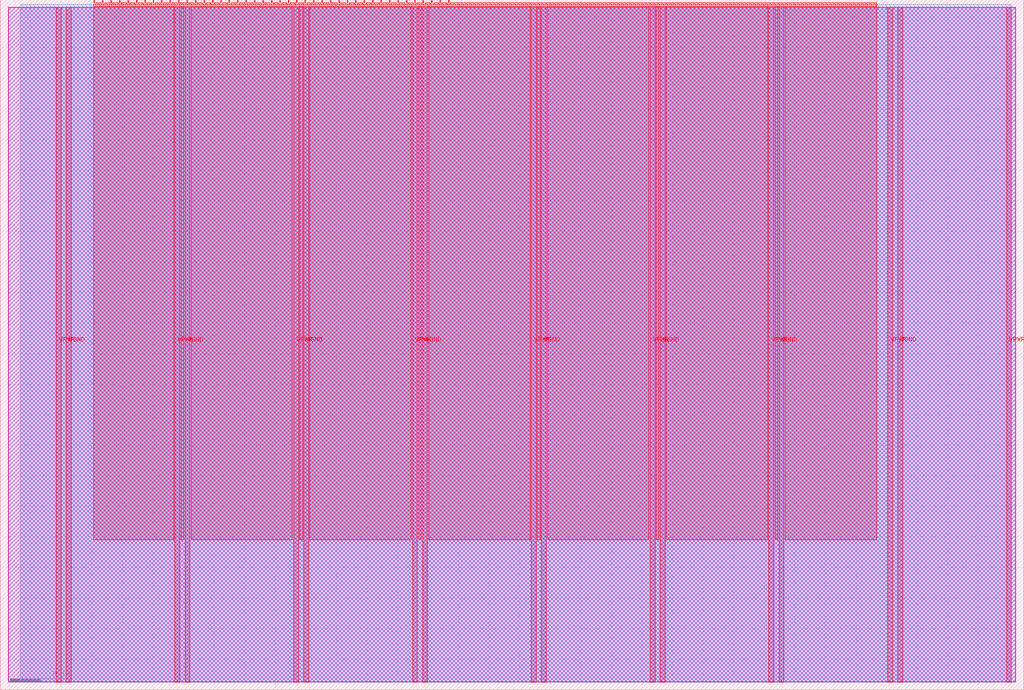
<source format=lef>
VERSION 5.7 ;
  NOWIREEXTENSIONATPIN ON ;
  DIVIDERCHAR "/" ;
  BUSBITCHARS "[]" ;
MACRO tt_um_revenantx86_tinytpu
  CLASS BLOCK ;
  FOREIGN tt_um_revenantx86_tinytpu ;
  ORIGIN 0.000 0.000 ;
  SIZE 334.880 BY 225.760 ;
  PIN VGND
    DIRECTION INOUT ;
    USE GROUND ;
    PORT
      LAYER met4 ;
        RECT 21.580 2.480 23.180 223.280 ;
    END
    PORT
      LAYER met4 ;
        RECT 60.450 2.480 62.050 223.280 ;
    END
    PORT
      LAYER met4 ;
        RECT 99.320 2.480 100.920 223.280 ;
    END
    PORT
      LAYER met4 ;
        RECT 138.190 2.480 139.790 223.280 ;
    END
    PORT
      LAYER met4 ;
        RECT 177.060 2.480 178.660 223.280 ;
    END
    PORT
      LAYER met4 ;
        RECT 215.930 2.480 217.530 223.280 ;
    END
    PORT
      LAYER met4 ;
        RECT 254.800 2.480 256.400 223.280 ;
    END
    PORT
      LAYER met4 ;
        RECT 293.670 2.480 295.270 223.280 ;
    END
  END VGND
  PIN VPWR
    DIRECTION INOUT ;
    USE POWER ;
    PORT
      LAYER met4 ;
        RECT 18.280 2.480 19.880 223.280 ;
    END
    PORT
      LAYER met4 ;
        RECT 57.150 2.480 58.750 223.280 ;
    END
    PORT
      LAYER met4 ;
        RECT 96.020 2.480 97.620 223.280 ;
    END
    PORT
      LAYER met4 ;
        RECT 134.890 2.480 136.490 223.280 ;
    END
    PORT
      LAYER met4 ;
        RECT 173.760 2.480 175.360 223.280 ;
    END
    PORT
      LAYER met4 ;
        RECT 212.630 2.480 214.230 223.280 ;
    END
    PORT
      LAYER met4 ;
        RECT 251.500 2.480 253.100 223.280 ;
    END
    PORT
      LAYER met4 ;
        RECT 290.370 2.480 291.970 223.280 ;
    END
    PORT
      LAYER met4 ;
        RECT 329.240 2.480 330.840 223.280 ;
    END
  END VPWR
  PIN clk
    DIRECTION INPUT ;
    USE SIGNAL ;
    ANTENNAGATEAREA 0.852000 ;
    PORT
      LAYER met4 ;
        RECT 143.830 224.760 144.130 225.760 ;
    END
  END clk
  PIN ena
    DIRECTION INPUT ;
    USE SIGNAL ;
    PORT
      LAYER met4 ;
        RECT 146.590 224.760 146.890 225.760 ;
    END
  END ena
  PIN rst_n
    DIRECTION INPUT ;
    USE SIGNAL ;
    ANTENNAGATEAREA 0.196500 ;
    PORT
      LAYER met4 ;
        RECT 141.070 224.760 141.370 225.760 ;
    END
  END rst_n
  PIN ui_in[0]
    DIRECTION INPUT ;
    USE SIGNAL ;
    ANTENNAGATEAREA 0.196500 ;
    PORT
      LAYER met4 ;
        RECT 138.310 224.760 138.610 225.760 ;
    END
  END ui_in[0]
  PIN ui_in[1]
    DIRECTION INPUT ;
    USE SIGNAL ;
    ANTENNAGATEAREA 0.196500 ;
    PORT
      LAYER met4 ;
        RECT 135.550 224.760 135.850 225.760 ;
    END
  END ui_in[1]
  PIN ui_in[2]
    DIRECTION INPUT ;
    USE SIGNAL ;
    ANTENNAGATEAREA 0.196500 ;
    PORT
      LAYER met4 ;
        RECT 132.790 224.760 133.090 225.760 ;
    END
  END ui_in[2]
  PIN ui_in[3]
    DIRECTION INPUT ;
    USE SIGNAL ;
    ANTENNAGATEAREA 0.196500 ;
    PORT
      LAYER met4 ;
        RECT 130.030 224.760 130.330 225.760 ;
    END
  END ui_in[3]
  PIN ui_in[4]
    DIRECTION INPUT ;
    USE SIGNAL ;
    PORT
      LAYER met4 ;
        RECT 127.270 224.760 127.570 225.760 ;
    END
  END ui_in[4]
  PIN ui_in[5]
    DIRECTION INPUT ;
    USE SIGNAL ;
    PORT
      LAYER met4 ;
        RECT 124.510 224.760 124.810 225.760 ;
    END
  END ui_in[5]
  PIN ui_in[6]
    DIRECTION INPUT ;
    USE SIGNAL ;
    PORT
      LAYER met4 ;
        RECT 121.750 224.760 122.050 225.760 ;
    END
  END ui_in[6]
  PIN ui_in[7]
    DIRECTION INPUT ;
    USE SIGNAL ;
    PORT
      LAYER met4 ;
        RECT 118.990 224.760 119.290 225.760 ;
    END
  END ui_in[7]
  PIN uio_in[0]
    DIRECTION INPUT ;
    USE SIGNAL ;
    PORT
      LAYER met4 ;
        RECT 116.230 224.760 116.530 225.760 ;
    END
  END uio_in[0]
  PIN uio_in[1]
    DIRECTION INPUT ;
    USE SIGNAL ;
    PORT
      LAYER met4 ;
        RECT 113.470 224.760 113.770 225.760 ;
    END
  END uio_in[1]
  PIN uio_in[2]
    DIRECTION INPUT ;
    USE SIGNAL ;
    PORT
      LAYER met4 ;
        RECT 110.710 224.760 111.010 225.760 ;
    END
  END uio_in[2]
  PIN uio_in[3]
    DIRECTION INPUT ;
    USE SIGNAL ;
    PORT
      LAYER met4 ;
        RECT 107.950 224.760 108.250 225.760 ;
    END
  END uio_in[3]
  PIN uio_in[4]
    DIRECTION INPUT ;
    USE SIGNAL ;
    PORT
      LAYER met4 ;
        RECT 105.190 224.760 105.490 225.760 ;
    END
  END uio_in[4]
  PIN uio_in[5]
    DIRECTION INPUT ;
    USE SIGNAL ;
    PORT
      LAYER met4 ;
        RECT 102.430 224.760 102.730 225.760 ;
    END
  END uio_in[5]
  PIN uio_in[6]
    DIRECTION INPUT ;
    USE SIGNAL ;
    PORT
      LAYER met4 ;
        RECT 99.670 224.760 99.970 225.760 ;
    END
  END uio_in[6]
  PIN uio_in[7]
    DIRECTION INPUT ;
    USE SIGNAL ;
    PORT
      LAYER met4 ;
        RECT 96.910 224.760 97.210 225.760 ;
    END
  END uio_in[7]
  PIN uio_oe[0]
    DIRECTION OUTPUT ;
    USE SIGNAL ;
    PORT
      LAYER met4 ;
        RECT 49.990 224.760 50.290 225.760 ;
    END
  END uio_oe[0]
  PIN uio_oe[1]
    DIRECTION OUTPUT ;
    USE SIGNAL ;
    PORT
      LAYER met4 ;
        RECT 47.230 224.760 47.530 225.760 ;
    END
  END uio_oe[1]
  PIN uio_oe[2]
    DIRECTION OUTPUT ;
    USE SIGNAL ;
    PORT
      LAYER met4 ;
        RECT 44.470 224.760 44.770 225.760 ;
    END
  END uio_oe[2]
  PIN uio_oe[3]
    DIRECTION OUTPUT ;
    USE SIGNAL ;
    PORT
      LAYER met4 ;
        RECT 41.710 224.760 42.010 225.760 ;
    END
  END uio_oe[3]
  PIN uio_oe[4]
    DIRECTION OUTPUT ;
    USE SIGNAL ;
    PORT
      LAYER met4 ;
        RECT 38.950 224.760 39.250 225.760 ;
    END
  END uio_oe[4]
  PIN uio_oe[5]
    DIRECTION OUTPUT ;
    USE SIGNAL ;
    PORT
      LAYER met4 ;
        RECT 36.190 224.760 36.490 225.760 ;
    END
  END uio_oe[5]
  PIN uio_oe[6]
    DIRECTION OUTPUT ;
    USE SIGNAL ;
    PORT
      LAYER met4 ;
        RECT 33.430 224.760 33.730 225.760 ;
    END
  END uio_oe[6]
  PIN uio_oe[7]
    DIRECTION OUTPUT ;
    USE SIGNAL ;
    PORT
      LAYER met4 ;
        RECT 30.670 224.760 30.970 225.760 ;
    END
  END uio_oe[7]
  PIN uio_out[0]
    DIRECTION OUTPUT ;
    USE SIGNAL ;
    PORT
      LAYER met4 ;
        RECT 72.070 224.760 72.370 225.760 ;
    END
  END uio_out[0]
  PIN uio_out[1]
    DIRECTION OUTPUT ;
    USE SIGNAL ;
    PORT
      LAYER met4 ;
        RECT 69.310 224.760 69.610 225.760 ;
    END
  END uio_out[1]
  PIN uio_out[2]
    DIRECTION OUTPUT ;
    USE SIGNAL ;
    PORT
      LAYER met4 ;
        RECT 66.550 224.760 66.850 225.760 ;
    END
  END uio_out[2]
  PIN uio_out[3]
    DIRECTION OUTPUT ;
    USE SIGNAL ;
    PORT
      LAYER met4 ;
        RECT 63.790 224.760 64.090 225.760 ;
    END
  END uio_out[3]
  PIN uio_out[4]
    DIRECTION OUTPUT ;
    USE SIGNAL ;
    PORT
      LAYER met4 ;
        RECT 61.030 224.760 61.330 225.760 ;
    END
  END uio_out[4]
  PIN uio_out[5]
    DIRECTION OUTPUT ;
    USE SIGNAL ;
    PORT
      LAYER met4 ;
        RECT 58.270 224.760 58.570 225.760 ;
    END
  END uio_out[5]
  PIN uio_out[6]
    DIRECTION OUTPUT ;
    USE SIGNAL ;
    PORT
      LAYER met4 ;
        RECT 55.510 224.760 55.810 225.760 ;
    END
  END uio_out[6]
  PIN uio_out[7]
    DIRECTION OUTPUT ;
    USE SIGNAL ;
    PORT
      LAYER met4 ;
        RECT 52.750 224.760 53.050 225.760 ;
    END
  END uio_out[7]
  PIN uo_out[0]
    DIRECTION OUTPUT ;
    USE SIGNAL ;
    ANTENNADIFFAREA 0.445500 ;
    PORT
      LAYER met4 ;
        RECT 94.150 224.760 94.450 225.760 ;
    END
  END uo_out[0]
  PIN uo_out[1]
    DIRECTION OUTPUT ;
    USE SIGNAL ;
    ANTENNADIFFAREA 0.445500 ;
    PORT
      LAYER met4 ;
        RECT 91.390 224.760 91.690 225.760 ;
    END
  END uo_out[1]
  PIN uo_out[2]
    DIRECTION OUTPUT ;
    USE SIGNAL ;
    PORT
      LAYER met4 ;
        RECT 88.630 224.760 88.930 225.760 ;
    END
  END uo_out[2]
  PIN uo_out[3]
    DIRECTION OUTPUT ;
    USE SIGNAL ;
    PORT
      LAYER met4 ;
        RECT 85.870 224.760 86.170 225.760 ;
    END
  END uo_out[3]
  PIN uo_out[4]
    DIRECTION OUTPUT ;
    USE SIGNAL ;
    PORT
      LAYER met4 ;
        RECT 83.110 224.760 83.410 225.760 ;
    END
  END uo_out[4]
  PIN uo_out[5]
    DIRECTION OUTPUT ;
    USE SIGNAL ;
    PORT
      LAYER met4 ;
        RECT 80.350 224.760 80.650 225.760 ;
    END
  END uo_out[5]
  PIN uo_out[6]
    DIRECTION OUTPUT ;
    USE SIGNAL ;
    PORT
      LAYER met4 ;
        RECT 77.590 224.760 77.890 225.760 ;
    END
  END uo_out[6]
  PIN uo_out[7]
    DIRECTION OUTPUT ;
    USE SIGNAL ;
    PORT
      LAYER met4 ;
        RECT 74.830 224.760 75.130 225.760 ;
    END
  END uo_out[7]
  OBS
      LAYER nwell ;
        RECT 2.570 2.635 332.310 223.230 ;
      LAYER li1 ;
        RECT 2.760 2.635 332.120 223.125 ;
      LAYER met1 ;
        RECT 2.760 2.480 332.120 223.280 ;
      LAYER met2 ;
        RECT 6.530 2.535 330.810 224.245 ;
      LAYER met3 ;
        RECT 6.505 2.555 330.830 224.225 ;
      LAYER met4 ;
        RECT 31.370 224.360 33.030 224.760 ;
        RECT 34.130 224.360 35.790 224.760 ;
        RECT 36.890 224.360 38.550 224.760 ;
        RECT 39.650 224.360 41.310 224.760 ;
        RECT 42.410 224.360 44.070 224.760 ;
        RECT 45.170 224.360 46.830 224.760 ;
        RECT 47.930 224.360 49.590 224.760 ;
        RECT 50.690 224.360 52.350 224.760 ;
        RECT 53.450 224.360 55.110 224.760 ;
        RECT 56.210 224.360 57.870 224.760 ;
        RECT 58.970 224.360 60.630 224.760 ;
        RECT 61.730 224.360 63.390 224.760 ;
        RECT 64.490 224.360 66.150 224.760 ;
        RECT 67.250 224.360 68.910 224.760 ;
        RECT 70.010 224.360 71.670 224.760 ;
        RECT 72.770 224.360 74.430 224.760 ;
        RECT 75.530 224.360 77.190 224.760 ;
        RECT 78.290 224.360 79.950 224.760 ;
        RECT 81.050 224.360 82.710 224.760 ;
        RECT 83.810 224.360 85.470 224.760 ;
        RECT 86.570 224.360 88.230 224.760 ;
        RECT 89.330 224.360 90.990 224.760 ;
        RECT 92.090 224.360 93.750 224.760 ;
        RECT 94.850 224.360 96.510 224.760 ;
        RECT 97.610 224.360 99.270 224.760 ;
        RECT 100.370 224.360 102.030 224.760 ;
        RECT 103.130 224.360 104.790 224.760 ;
        RECT 105.890 224.360 107.550 224.760 ;
        RECT 108.650 224.360 110.310 224.760 ;
        RECT 111.410 224.360 113.070 224.760 ;
        RECT 114.170 224.360 115.830 224.760 ;
        RECT 116.930 224.360 118.590 224.760 ;
        RECT 119.690 224.360 121.350 224.760 ;
        RECT 122.450 224.360 124.110 224.760 ;
        RECT 125.210 224.360 126.870 224.760 ;
        RECT 127.970 224.360 129.630 224.760 ;
        RECT 130.730 224.360 132.390 224.760 ;
        RECT 133.490 224.360 135.150 224.760 ;
        RECT 136.250 224.360 137.910 224.760 ;
        RECT 139.010 224.360 140.670 224.760 ;
        RECT 141.770 224.360 143.430 224.760 ;
        RECT 144.530 224.360 146.190 224.760 ;
        RECT 147.290 224.360 286.745 224.760 ;
        RECT 30.655 223.680 286.745 224.360 ;
        RECT 30.655 49.135 56.750 223.680 ;
        RECT 59.150 49.135 60.050 223.680 ;
        RECT 62.450 49.135 95.620 223.680 ;
        RECT 98.020 49.135 98.920 223.680 ;
        RECT 101.320 49.135 134.490 223.680 ;
        RECT 136.890 49.135 137.790 223.680 ;
        RECT 140.190 49.135 173.360 223.680 ;
        RECT 175.760 49.135 176.660 223.680 ;
        RECT 179.060 49.135 212.230 223.680 ;
        RECT 214.630 49.135 215.530 223.680 ;
        RECT 217.930 49.135 251.100 223.680 ;
        RECT 253.500 49.135 254.400 223.680 ;
        RECT 256.800 49.135 286.745 223.680 ;
  END
END tt_um_revenantx86_tinytpu
END LIBRARY


</source>
